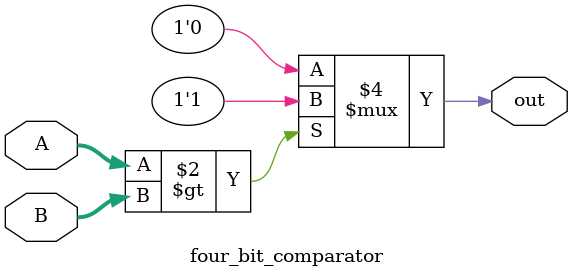
<source format=v>
module four_bit_comparator (
  input [3:0] A,
  input [3:0] B,
  output reg out
);

  always @(*) begin
    if (A > B) begin
      out = 1;
    end else begin
      out = 0;
    end
  end

endmodule

</source>
